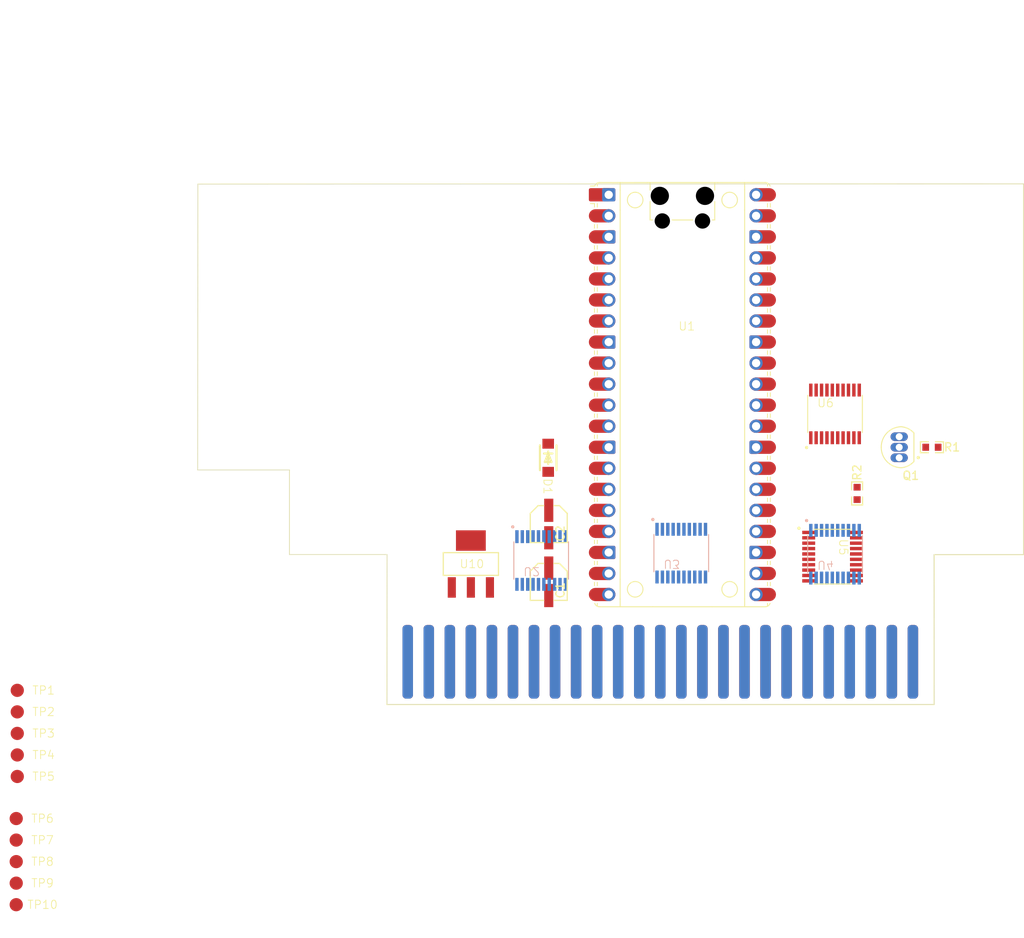
<source format=kicad_pcb>
(kicad_pcb (version 20240108) (generator "pcbnew") (generator_version "8.0")
  (layers (0 "F.Cu" signal) (31 "B.Cu" signal) (34 "B.Paste" user) (35 "F.Paste" user) (36 "B.SilkS" user "B.Silkscreen") (37 "F.SilkS" user "F.Silkscreen") (38 "B.Mask" user) (39 "F.Mask" user) (44 "Edge.Cuts" user))
  (net 0 "")
  (net 4 "GND")
  (net 5 "BUSDIR")
  (net 6 "CLOCK_3V3")
  (net 7 "BUSDIR3V3")
  (net 8 "RD")
  (net 11 "SLTSL_3V3")
  (net 12 "INT")
  (net 13 "Net-(U6-B2)")
  (net 14 "RD_3V3")
  (net 15 "SLTSL")
  (net 16 "INT3V3")
  (net 18 "WR_3V3")
  (net 19 "VCC_3V3")
  (net 20 "WAIT3V3")
  (net 21 "WR")
  (net 22 "CLOCK")
  (net 23 "MP7_3V3")
  (net 24 "MP2_3V3")
  (net 25 "CS1")
  (net 26 "RFSH")
  (net 27 "MERQ")
  (net 28 "M1")
  (net 29 "MP1_3V3")
  (net 30 "MP5_3V3")
  (net 31 "RESET")
  (net 32 "MP6_3V3")
  (net 33 "CS2")
  (net 34 "MSEL2_3V3")
  (net 35 "CS12")
  (net 36 "IORQ")
  (net 37 "MP4_3V3")
  (net 38 "MP3_3V3")
  (net 39 "MP0_3V3")
  (net 40 "D5")
  (net 41 "D1_3V3")
  (net 42 "D5_3V3")
  (net 43 "D2_3V3")
  (net 44 "D7_3V3")
  (net 45 "D7")
  (net 46 "D2")
  (net 47 "D4")
  (net 48 "D6")
  (net 49 "D6_3V3")
  (net 50 "D0_3V3")
  (net 51 "D3")
  (net 52 "D0")
  (net 53 "D1")
  (net 54 "D4_3V3")
  (net 55 "D3_3V3")
  (net 56 "DATADIR")
  (net 57 "A13")
  (net 58 "MSEL1_3V3")
  (net 59 "A14")
  (net 60 "A15")
  (net 61 "A10")
  (net 62 "A8")
  (net 63 "A11")
  (net 64 "A9")
  (net 65 "A12")
  (net 66 "A7")
  (net 67 "A5")
  (net 68 "MSEL0_3V3")
  (net 69 "A0")
  (net 70 "A4")
  (net 71 "A3")
  (net 72 "A6")
  (net 73 "A1")
  (net 74 "A2")
  (net 75 "VCC")
  (net 76 "VCC_4V7")
  (net 78 "Net-(TP10-PROBE)")
  (net 80 "Net-(Q1-Pad2)")
  (net 81 "Net-(J1-SOUNDIN)")
  (net 82 "Net-(J1-RSV@1)")
  (net 83 "WAIT")
  (net 84 "Net-(J1-RSV@2)")
  (net 85 "Net-(J1--12)")
  (net 86 "Net-(J1-+12)")
  (net 87 "Net-(J1-SW1)")
  (footprint "pico-msxcart:TEST_PROBE" (layer "F.Cu") (at 68.707 134.941)
    (property "Reference" "TP4" (at 3.175 0 0) (layer "F.SilkS") (effects (font (thickness 0.1))))
    (property "Value" "~")
    (pad "1" smd circle (at 0 0) (size 1.6 1.6) (layers "F.Cu" "F.Paste" "F.Mask"))
  )
  (footprint "pico-msxcart:TEST_PROBE" (layer "F.Cu") (at 68.58 142.621)
    (property "Reference" "TP6" (at 3.175 0 0) (layer "F.SilkS") (effects (font (thickness 0.1))))
    (property "Value" "~")
    (pad "1" smd circle (at 0 0) (size 1.6 1.6) (layers "F.Cu" "F.Paste" "F.Mask"))
  )
  (footprint "pico-msxcart:TEST_PROBE" (layer "F.Cu") (at 68.58 153.021)
    (property "Reference" "TP10" (at 3.175 0 0) (layer "F.SilkS") (effects (font (thickness 0.1))))
    (property "Value" "~")
    (pad "1" smd circle (at 0 0) (size 1.6 1.6) (layers "F.Cu" "F.Paste" "F.Mask"))
  )
  (footprint "pico-msxcart:R0603" (layer "F.Cu") (at 179.082 97.79 180)
    (property "Reference" "R1" (at -2.425 0 180) (layer "F.SilkS"))
    (property "Value" "2k2")
    (pad "1" smd rect (at -0.75 0 180) (size 0.81 0.86) (layers "F.Cu" "F.Paste" "F.Mask") (net 13 "Net-(U6-B2)"))
    (pad "2" smd rect (at 0.75 0 180) (size 0.81 0.86) (layers "F.Cu" "F.Paste" "F.Mask") (net 80 "Net-(Q1-Pad2)"))
  )
  (footprint "pico-msxcart:TEST_PROBE" (layer "F.Cu") (at 68.58 145.221)
    (property "Reference" "TP7" (at 3.175 0 0) (layer "F.SilkS") (effects (font (thickness 0.1))))
    (property "Value" "~")
    (pad "1" smd circle (at 0 0) (size 1.6 1.6) (layers "F.Cu" "F.Paste" "F.Mask"))
  )
  (footprint "pico-msxcart:TSSOP-20" (layer "F.Cu") (at 167.513 93.726 90)
    (property "Reference" "U6" (at 1.27 -1.27 0) (layer "F.SilkS") (effects (font (thickness 0.1))))
    (property "Value" "~")
    (pad "1" smd rect (at -2.92 -3.05 90) (size 1.56 0.41) (layers "F.Cu" "F.Paste" "F.Mask") (net 19 "VCC_3V3"))
    (pad "2" smd rect (at -2.92 -2.4 90) (size 1.56 0.41) (layers "F.Cu" "F.Paste" "F.Mask") (net 16 "INT3V3"))
    (pad "3" smd rect (at -2.92 -1.75 90) (size 1.56 0.41) (layers "F.Cu" "F.Paste" "F.Mask") (net 7 "BUSDIR3V3"))
    (pad "4" smd rect (at -2.92 -1.1 90) (size 1.56 0.41) (layers "F.Cu" "F.Paste" "F.Mask") (net 20 "WAIT3V3"))
    (pad "5" smd rect (at -2.92 -0.45 90) (size 1.56 0.41) (layers "F.Cu" "F.Paste" "F.Mask") (net 8 "RD"))
    (pad "6" smd rect (at -2.92 0.2 90) (size 1.56 0.41) (layers "F.Cu" "F.Paste" "F.Mask") (net 21 "WR"))
    (pad "7" smd rect (at -2.92 0.85 90) (size 1.56 0.41) (layers "F.Cu" "F.Paste" "F.Mask") (net 15 "SLTSL"))
    (pad "8" smd rect (at -2.92 1.5 90) (size 1.56 0.41) (layers "F.Cu" "F.Paste" "F.Mask") (net 22 "CLOCK"))
    (pad "9" smd rect (at -2.92 2.15 90) (size 1.56 0.41) (layers "F.Cu" "F.Paste" "F.Mask"))
    (pad "10" smd rect (at -2.92 2.8 90) (size 1.56 0.41) (layers "F.Cu" "F.Paste" "F.Mask") (net 4 "GND"))
    (pad "11" smd rect (at 2.84 2.8 90) (size 1.56 0.41) (layers "F.Cu" "F.Paste" "F.Mask"))
    (pad "12" smd rect (at 2.84 2.15 90) (size 1.56 0.41) (layers "F.Cu" "F.Paste" "F.Mask") (net 6 "CLOCK_3V3"))
    (pad "13" smd rect (at 2.84 1.5 90) (size 1.56 0.41) (layers "F.Cu" "F.Paste" "F.Mask") (net 11 "SLTSL_3V3"))
    (pad "14" smd rect (at 2.84 0.85 90) (size 1.56 0.41) (layers "F.Cu" "F.Paste" "F.Mask") (net 18 "WR_3V3"))
    (pad "15" smd rect (at 2.84 0.2 90) (size 1.56 0.41) (layers "F.Cu" "F.Paste" "F.Mask") (net 14 "RD_3V3"))
    (pad "16" smd rect (at 2.84 -0.45 90) (size 1.56 0.41) (layers "F.Cu" "F.Paste" "F.Mask") (net 13 "Net-(U6-B2)"))
    (pad "17" smd rect (at 2.84 -1.1 90) (size 1.56 0.41) (layers "F.Cu" "F.Paste" "F.Mask") (net 5 "BUSDIR"))
    (pad "18" smd rect (at 2.84 -1.75 90) (size 1.56 0.41) (layers "F.Cu" "F.Paste" "F.Mask") (net 12 "INT"))
    (pad "19" smd rect (at 2.84 -2.4 90) (size 1.56 0.41) (layers "F.Cu" "F.Paste" "F.Mask") (net 4 "GND"))
    (pad "20" smd rect (at 2.84 -3.05 90) (size 1.56 0.41) (layers "F.Cu" "F.Paste" "F.Mask") (net 19 "VCC_3V3"))
  )
  (footprint "pico-msxcart:TEST_PROBE" (layer "F.Cu") (at 68.58 147.821)
    (property "Reference" "TP8" (at 3.175 0 0) (layer "F.SilkS") (effects (font (thickness 0.1))))
    (property "Value" "~")
    (pad "1" smd circle (at 0 0) (size 1.6 1.6) (layers "F.Cu" "F.Paste" "F.Mask"))
  )
  (footprint "pico-msxcart:AMS1117-3V3" (layer "F.Cu") (at 123.557 112.05 -90)
    (property "Reference" "U10" (at -0.163 -0.014 0) (layer "F.SilkS") (effects (font (thickness 0.1))))
    (property "Value" "AMS1117-3.3")
    (pad "1" smd rect (at 2.667 2.413 270) (size 2.47 0.98) (layers "F.Cu" "F.Paste" "F.Mask") (net 4 "GND"))
    (pad "2" smd rect (at 2.667 0.113 270) (size 2.47 0.98) (layers "F.Cu" "F.Paste" "F.Mask") (net 19 "VCC_3V3"))
    (pad "3" smd rect (at 2.667 -2.187 270) (size 2.47 0.98) (layers "F.Cu" "F.Paste" "F.Mask") (net 75 "VCC"))
    (pad "4" smd rect (at -2.993 0.113 270) (size 2.47 3.6) (layers "F.Cu" "F.Paste" "F.Mask"))
  )
  (footprint "pico-msxcart:TEST_PROBE" (layer "F.Cu") (at 68.707 129.741)
    (property "Reference" "TP2" (at 3.175 0 0) (layer "F.SilkS") (effects (font (thickness 0.1))))
    (property "Value" "~")
    (pad "1" smd circle (at 0 0) (size 1.6 1.6) (layers "F.Cu" "F.Paste" "F.Mask"))
  )
  (footprint "pico-msxcart:TSSOP-20" (layer "F.Cu") (at 167.132 111.125)
    (property "Reference" "U5" (at 1.27 -1.27 -90) (layer "F.SilkS") (effects (font (thickness 0.1))))
    (property "Value" "~")
    (pad "1" smd rect (at -2.92 -3.05) (size 1.56 0.41) (layers "F.Cu" "F.Paste" "F.Mask") (net 19 "VCC_3V3"))
    (pad "2" smd rect (at -2.92 -2.4) (size 1.56 0.41) (layers "F.Cu" "F.Paste" "F.Mask") (net 27 "MERQ"))
    (pad "3" smd rect (at -2.92 -1.75) (size 1.56 0.41) (layers "F.Cu" "F.Paste" "F.Mask") (net 36 "IORQ"))
    (pad "4" smd rect (at -2.92 -1.1) (size 1.56 0.41) (layers "F.Cu" "F.Paste" "F.Mask") (net 25 "CS1"))
    (pad "5" smd rect (at -2.92 -0.45) (size 1.56 0.41) (layers "F.Cu" "F.Paste" "F.Mask") (net 33 "CS2"))
    (pad "6" smd rect (at -2.92 0.2) (size 1.56 0.41) (layers "F.Cu" "F.Paste" "F.Mask") (net 31 "RESET"))
    (pad "7" smd rect (at -2.92 0.85) (size 1.56 0.41) (layers "F.Cu" "F.Paste" "F.Mask") (net 26 "RFSH"))
    (pad "8" smd rect (at -2.92 1.5) (size 1.56 0.41) (layers "F.Cu" "F.Paste" "F.Mask") (net 35 "CS12"))
    (pad "9" smd rect (at -2.92 2.15) (size 1.56 0.41) (layers "F.Cu" "F.Paste" "F.Mask") (net 28 "M1"))
    (pad "10" smd rect (at -2.92 2.8) (size 1.56 0.41) (layers "F.Cu" "F.Paste" "F.Mask") (net 4 "GND"))
    (pad "11" smd rect (at 2.84 2.8) (size 1.56 0.41) (layers "F.Cu" "F.Paste" "F.Mask") (net 23 "MP7_3V3"))
    (pad "12" smd rect (at 2.84 2.15) (size 1.56 0.41) (layers "F.Cu" "F.Paste" "F.Mask") (net 32 "MP6_3V3"))
    (pad "13" smd rect (at 2.84 1.5) (size 1.56 0.41) (layers "F.Cu" "F.Paste" "F.Mask") (net 30 "MP5_3V3"))
    (pad "14" smd rect (at 2.84 0.85) (size 1.56 0.41) (layers "F.Cu" "F.Paste" "F.Mask") (net 37 "MP4_3V3"))
    (pad "15" smd rect (at 2.84 0.2) (size 1.56 0.41) (layers "F.Cu" "F.Paste" "F.Mask") (net 38 "MP3_3V3"))
    (pad "16" smd rect (at 2.84 -0.45) (size 1.56 0.41) (layers "F.Cu" "F.Paste" "F.Mask") (net 24 "MP2_3V3"))
    (pad "17" smd rect (at 2.84 -1.1) (size 1.56 0.41) (layers "F.Cu" "F.Paste" "F.Mask") (net 29 "MP1_3V3"))
    (pad "18" smd rect (at 2.84 -1.75) (size 1.56 0.41) (layers "F.Cu" "F.Paste" "F.Mask") (net 39 "MP0_3V3"))
    (pad "19" smd rect (at 2.84 -2.4) (size 1.56 0.41) (layers "F.Cu" "F.Paste" "F.Mask") (net 34 "MSEL2_3V3"))
    (pad "20" smd rect (at 2.84 -3.05) (size 1.56 0.41) (layers "F.Cu" "F.Paste" "F.Mask") (net 19 "VCC_3V3"))
  )
  (footprint "pico-msxcart:TEST_PROBE" (layer "F.Cu") (at 68.707 132.341)
    (property "Reference" "TP3" (at 3.175 0 0) (layer "F.SilkS") (effects (font (thickness 0.1))))
    (property "Value" "~")
    (pad "1" smd circle (at 0 0) (size 1.6 1.6) (layers "F.Cu" "F.Paste" "F.Mask"))
  )
  (footprint "pico-msxcart:SMD_CAP" (layer "F.Cu") (at 132.842 107.061 -90)
    (property "Reference" "C2" (at 1.143 -1.397 90) (layer "F.SilkS"))
    (property "Value" "SMD_CAP")
    (pad "1" smd rect (at -1.66 0 270) (size 2.8 1.1) (layers "F.Cu" "F.Paste" "F.Mask") (net 19 "VCC_3V3"))
    (pad "2" smd rect (at 1.66 0 270) (size 2.8 1.1) (layers "F.Cu" "F.Paste" "F.Mask") (net 4 "GND"))
  )
  (footprint "pico-msxcart:SCHOTKKY" (layer "F.Cu") (at 133.096 99.06 -90)
    (property "Reference" "D1" (at 2.413 0.381 -90) (layer "F.SilkS") (effects (font (thickness 0.1)) (justify left)))
    (property "Value" "DS14 SOD-123FL")
    (pad "1" smd rect (at -1.7 0.32 270) (size 1.2 1.4) (layers "F.Cu" "F.Paste" "F.Mask") (net 76 "VCC_4V7"))
    (pad "2" smd rect (at 1.7 0.32 270) (size 1.2 1.4) (layers "F.Cu" "F.Paste" "F.Mask") (net 75 "VCC"))
  )
  (footprint "pico-msxcart:MSX-CONNECTOR2" (layer "F.Cu") (at 146.304 126.873)
    (property "Reference" "J1" (hide yes))
    (property "Value" "MSX-CONNECTOR" (hide yes))
    (pad "" np_thru_hole circle (at -27.14625 -23.65375) (size 4.064 4.064) (drill 4.064) (layers "*.Cu" "*.Mask"))
    (pad "" np_thru_hole circle (at 28.2575 -18.7325) (size 4.064 4.064) (drill 4.064) (layers "*.Cu" "*.Mask"))
    (pad "1" smd roundrect (at 30.48 -3.175 90) (size 8.89 1.27) (layers "B.Cu" "B.Paste" "B.Mask") (roundrect_rratio 0.35) (net 25 "CS1"))
    (pad "2" smd roundrect (at 30.48 -3.175 90) (size 8.89 1.27) (layers "F.Cu" "F.Paste" "F.Mask") (roundrect_rratio 0.35) (net 33 "CS2"))
    (pad "3" smd roundrect (at 27.94 -3.175 90) (size 8.89 1.27) (layers "B.Cu" "B.Paste" "B.Mask") (roundrect_rratio 0.35) (net 35 "CS12"))
    (pad "4" smd roundrect (at 27.94 -3.175 90) (size 8.89 1.27) (layers "F.Cu" "F.Paste" "F.Mask") (roundrect_rratio 0.35) (net 15 "SLTSL"))
    (pad "5" smd roundrect (at 25.4 -3.175 90) (size 8.89 1.27) (layers "B.Cu" "B.Paste" "B.Mask") (roundrect_rratio 0.35) (net 82 "Net-(J1-RSV@1)"))
    (pad "6" smd roundrect (at 25.4 -3.175 90) (size 8.89 1.27) (layers "F.Cu" "F.Paste" "F.Mask") (roundrect_rratio 0.35) (net 26 "RFSH"))
    (pad "7" smd roundrect (at 22.86 -3.175 90) (size 8.89 1.27) (layers "B.Cu" "B.Paste" "B.Mask") (roundrect_rratio 0.35) (net 83 "WAIT"))
    (pad "8" smd roundrect (at 22.86 -3.175 90) (size 8.89 1.27) (layers "F.Cu" "F.Paste" "F.Mask") (roundrect_rratio 0.35) (net 12 "INT"))
    (pad "9" smd roundrect (at 20.32 -3.175 90) (size 8.89 1.27) (layers "B.Cu" "B.Paste" "B.Mask") (roundrect_rratio 0.35) (net 28 "M1"))
    (pad "10" smd roundrect (at 20.32 -3.175 90) (size 8.89 1.27) (layers "F.Cu" "F.Paste" "F.Mask") (roundrect_rratio 0.35) (net 5 "BUSDIR"))
    (pad "11" smd roundrect (at 17.78 -3.175 90) (size 8.89 1.27) (layers "B.Cu" "B.Paste" "B.Mask") (roundrect_rratio 0.35) (net 36 "IORQ"))
    (pad "12" smd roundrect (at 17.78 -3.175 90) (size 8.89 1.27) (layers "F.Cu" "F.Paste" "F.Mask") (roundrect_rratio 0.35) (net 27 "MERQ"))
    (pad "13" smd roundrect (at 15.24 -3.175 90) (size 8.89 1.27) (layers "B.Cu" "B.Paste" "B.Mask") (roundrect_rratio 0.35) (net 21 "WR"))
    (pad "14" smd roundrect (at 15.24 -3.175 90) (size 8.89 1.27) (layers "F.Cu" "F.Paste" "F.Mask") (roundrect_rratio 0.35) (net 8 "RD"))
    (pad "15" smd roundrect (at 12.7 -3.175 90) (size 8.89 1.27) (layers "B.Cu" "B.Paste" "B.Mask") (roundrect_rratio 0.35) (net 31 "RESET"))
    (pad "16" smd roundrect (at 12.7 -3.175 90) (size 8.89 1.27) (layers "F.Cu" "F.Paste" "F.Mask") (roundrect_rratio 0.35) (net 84 "Net-(J1-RSV@2)"))
    (pad "17" smd roundrect (at 10.16 -3.175 90) (size 8.89 1.27) (layers "B.Cu" "B.Paste" "B.Mask") (roundrect_rratio 0.35) (net 64 "A9"))
    (pad "18" smd roundrect (at 10.16 -3.175 270) (size 8.89 1.27) (layers "F.Cu" "F.Paste" "F.Mask") (roundrect_rratio 0.35) (net 60 "A15"))
    (pad "19" smd roundrect (at 7.62 -3.175 90) (size 8.89 1.27) (layers "B.Cu" "B.Paste" "B.Mask") (roundrect_rratio 0.35) (net 63 "A11"))
    (pad "20" smd roundrect (at 7.62 -3.175 270) (size 8.89 1.27) (layers "F.Cu" "F.Paste" "F.Mask") (roundrect_rratio 0.35) (net 61 "A10"))
    (pad "21" smd roundrect (at 5.08 -3.175 90) (size 8.89 1.27) (layers "B.Cu" "B.Paste" "B.Mask") (roundrect_rratio 0.35) (net 66 "A7"))
    (pad "22" smd roundrect (at 5.08 -3.175 270) (size 8.89 1.27) (layers "F.Cu" "F.Paste" "F.Mask") (roundrect_rratio 0.35) (net 72 "A6"))
    (pad "23" smd roundrect (at 2.54 -3.175 90) (size 8.89 1.27) (layers "B.Cu" "B.Paste" "B.Mask") (roundrect_rratio 0.35) (net 65 "A12"))
    (pad "24" smd roundrect (at 2.54 -3.175 270) (size 8.89 1.27) (layers "F.Cu" "F.Paste" "F.Mask") (roundrect_rratio 0.35) (net 62 "A8"))
    (pad "25" smd roundrect (at 0 -3.175 90) (size 8.89 1.27) (layers "B.Cu" "B.Paste" "B.Mask") (roundrect_rratio 0.35) (net 59 "A14"))
    (pad "26" smd roundrect (at 0 -3.175 270) (size 8.89 1.27) (layers "F.Cu" "F.Paste" "F.Mask") (roundrect_rratio 0.35) (net 57 "A13"))
    (pad "27" smd roundrect (at -2.54 -3.175 90) (size 8.89 1.27) (layers "B.Cu" "B.Paste" "B.Mask") (roundrect_rratio 0.35) (net 73 "A1"))
    (pad "28" smd roundrect (at -2.54 -3.175 270) (size 8.89 1.27) (layers "F.Cu" "F.Paste" "F.Mask") (roundrect_rratio 0.35) (net 69 "A0"))
    (pad "29" smd roundrect (at -5.08 -3.175 90) (size 8.89 1.27) (layers "B.Cu" "B.Paste" "B.Mask") (roundrect_rratio 0.35) (net 71 "A3"))
    (pad "30" smd roundrect (at -5.08 -3.175 270) (size 8.89 1.27) (layers "F.Cu" "F.Paste" "F.Mask") (roundrect_rratio 0.35) (net 74 "A2"))
    (pad "31" smd roundrect (at -7.62 -3.175 90) (size 8.89 1.27) (layers "B.Cu" "B.Paste" "B.Mask") (roundrect_rratio 0.35) (net 67 "A5"))
    (pad "32" smd roundrect (at -7.62 -3.175 270) (size 8.89 1.27) (layers "F.Cu" "F.Paste" "F.Mask") (roundrect_rratio 0.35) (net 70 "A4"))
    (pad "33" smd roundrect (at -10.16 -3.175 90) (size 8.89 1.27) (layers "B.Cu" "B.Paste" "B.Mask") (roundrect_rratio 0.35) (net 53 "D1"))
    (pad "34" smd roundrect (at -10.16 -3.175 270) (size 8.89 1.27) (layers "F.Cu" "F.Paste" "F.Mask") (roundrect_rratio 0.35) (net 52 "D0"))
    (pad "35" smd roundrect (at -12.7 -3.175 90) (size 8.89 1.27) (layers "B.Cu" "B.Paste" "B.Mask") (roundrect_rratio 0.35) (net 51 "D3"))
    (pad "36" smd roundrect (at -12.7 -3.175 270) (size 8.89 1.27) (layers "F.Cu" "F.Paste" "F.Mask") (roundrect_rratio 0.35) (net 46 "D2"))
    (pad "37" smd roundrect (at -15.24 -3.175 90) (size 8.89 1.27) (layers "B.Cu" "B.Paste" "B.Mask") (roundrect_rratio 0.35) (net 40 "D5"))
    (pad "38" smd roundrect (at -15.24 -3.175 90) (size 8.89 1.27) (layers "F.Cu" "F.Paste" "F.Mask") (roundrect_rratio 0.35) (net 47 "D4"))
    (pad "39" smd roundrect (at -17.78 -3.175 90) (size 8.89 1.27) (layers "B.Cu" "B.Paste" "B.Mask") (roundrect_rratio 0.35) (net 45 "D7"))
    (pad "40" smd roundrect (at -17.78 -3.175 90) (size 8.89 1.27) (layers "F.Cu" "F.Paste" "F.Mask") (roundrect_rratio 0.35) (net 48 "D6"))
    (pad "41" smd roundrect (at -20.32 -3.175 90) (size 8.89 1.27) (layers "B.Cu" "B.Paste" "B.Mask") (roundrect_rratio 0.35) (net 4 "GND"))
    (pad "42" smd roundrect (at -20.32 -3.175 90) (size 8.89 1.27) (layers "F.Cu" "F.Paste" "F.Mask") (roundrect_rratio 0.35) (net 22 "CLOCK"))
    (pad "43" smd roundrect (at -22.86 -3.175 90) (size 8.89 1.27) (layers "B.Cu" "B.Paste" "B.Mask") (roundrect_rratio 0.35) (net 4 "GND"))
    (pad "44" smd roundrect (at -22.86 -3.175 90) (size 8.89 1.27) (layers "F.Cu" "F.Paste" "F.Mask") (roundrect_rratio 0.35) (net 87 "Net-(J1-SW1)"))
    (pad "45" smd roundrect (at -25.4 -3.175 90) (size 8.89 1.27) (layers "B.Cu" "B.Paste" "B.Mask") (roundrect_rratio 0.35) (net 75 "VCC"))
    (pad "46" smd roundrect (at -25.4 -3.175 90) (size 8.89 1.27) (layers "F.Cu" "F.Paste" "F.Mask") (roundrect_rratio 0.35) (net 87 "Net-(J1-SW1)"))
    (pad "47" smd roundrect (at -27.94 -3.175 90) (size 8.89 1.27) (layers "B.Cu" "B.Paste" "B.Mask") (roundrect_rratio 0.35) (net 75 "VCC"))
    (pad "48" smd roundrect (at -27.94 -3.175 90) (size 8.89 1.27) (layers "F.Cu" "F.Paste" "F.Mask") (roundrect_rratio 0.35) (net 86 "Net-(J1-+12)"))
    (pad "49" smd roundrect (at -30.48 -3.175 90) (size 8.89 1.27) (layers "B.Cu" "B.Paste" "B.Mask") (roundrect_rratio 0.35) (net 81 "Net-(J1-SOUNDIN)"))
    (pad "50" smd roundrect (at -30.48 -3.175 90) (size 8.89 1.27) (layers "F.Cu" "F.Paste" "F.Mask") (roundrect_rratio 0.35) (net 85 "Net-(J1--12)"))
  )
  (footprint "pico-msxcart:TEST_PROBE" (layer "F.Cu") (at 68.707 137.541)
    (property "Reference" "TP5" (at 3.175 0 0) (layer "F.SilkS") (effects (font (thickness 0.1))))
    (property "Value" "~")
    (pad "1" smd circle (at 0 0) (size 1.6 1.6) (layers "F.Cu" "F.Paste" "F.Mask"))
  )
  (footprint "pico-msxcart:SMD_CAP" (layer "F.Cu") (at 132.842 114.037 -90)
    (property "Reference" "C1" (at 1.025 -1.397 90) (layer "F.SilkS"))
    (property "Value" "SMD_CAP")
    (pad "1" smd rect (at -1.66 0 270) (size 2.8 1.1) (layers "F.Cu" "F.Paste" "F.Mask") (net 75 "VCC"))
    (pad "2" smd rect (at 1.66 0 270) (size 2.8 1.1) (layers "F.Cu" "F.Paste" "F.Mask") (net 4 "GND"))
  )
  (footprint "pico-msxcart:RP2040_COMMON" (layer "F.Cu") (at 149.62412 88.185877)
    (property "Reference" "U1" (at -0.12812 -5.000877 0) (layer "F.SilkS") (effects (font (thickness 0.1))))
    (property "Value" "RaspberryPi_Pico")
    (pad "" np_thru_hole circle (at -3.37812 -20.745877) (size 2.2 2.2) (drill 2.2) (layers "*.Mask"))
    (pad "" np_thru_hole circle (at -3.07812 -17.715877) (size 1.85 1.85) (drill 1.85) (layers "*.Mask"))
    (pad "" np_thru_hole circle (at 1.77188 -17.715877) (size 1.85 1.85) (drill 1.85) (layers "*.Mask"))
    (pad "" np_thru_hole circle (at 2.07188 -20.745877) (size 2.2 2.2) (drill 2.2) (layers "*.Mask"))
    (pad "1" thru_hole roundrect (at -9.54312 -20.875877) (size 1.6 1.6) (drill 1) (layers "*.Mask" "F.Cu" "In1.Cu" "B.Cu") (roundrect_rratio 0.125) (net 50 "D0_3V3"))
    (pad "1" smd custom (at -9.54312 -20.875877) (size 1.6 1.6) (layers "F.Cu" "F.Mask") (net 50 "D0_3V3") (options (clearance outline) (anchor circle)) (primitives (gr_poly (pts (xy -2.4 0.6) (xy -2.4 -0.6) (xy -2.2 -0.8) (xy 0 -0.8) (xy 0 0.8) (xy -2.2 0.8)) (width 0) (fill yes)) (gr_circle (center -2.2 0.6) (end -2 0.6) (width 0) (fill yes)) (gr_circle (center -2.2 -0.6) (end -2 -0.6) (width 0) (fill yes))))
    (pad "2" thru_hole circle (at -9.54312 -18.335877) (size 1.6 1.6) (drill 1) (layers "*.Mask" "F.Cu" "In1.Cu" "B.Cu") (net 41 "D1_3V3"))
    (pad "2" smd roundrect (at -9.54312 -18.335877) (size 3.2 1.6) (drill (offset -0.8 0)) (layers "F.Cu" "F.Mask") (roundrect_rratio 0.5) (net 41 "D1_3V3"))
    (pad "3" thru_hole custom (at -9.54312 -15.795877) (size 1.6 1.6) (drill 1) (layers "*.Mask" "F.Cu" "In1.Cu" "B.Cu") (net 4 "GND") (options (clearance outline) (anchor circle)) (primitives (gr_poly (pts (xy 0.8 0.6) (xy 0.8 -0.6) (xy 0.6 -0.8) (xy 0 -0.8) (xy 0 0.8) (xy 0.6 0.8)) (width 0) (fill yes)) (gr_circle (center 0.6 0.6) (end 0.8 0.6) (width 0) (fill yes)) (gr_circle (center 0.6 -0.6) (end 0.8 -0.6) (width 0) (fill yes))))
    (pad "3" smd custom (at -9.54312 -15.795877) (size 1.6 1.6) (layers "F.Cu" "F.Mask") (net 4 "GND") (options (clearance outline) (anchor circle)) (primitives (gr_poly (pts (xy 0.8 -0.6) (xy 0.8 0.6) (xy 0.6 0.8) (xy -1.6 0.8) (xy -1.6 -0.8) (xy 0.6 -0.8)) (width 0) (fill yes)) (gr_circle (center 0.6 0.6) (end 0.8 0.6) (width 0) (fill yes)) (gr_circle (center 0.6 -0.6) (end 0.8 -0.6) (width 0) (fill yes)) (gr_circle (center -1.6 0) (end -0.8 0) (width 0) (fill yes))))
    (pad "4" thru_hole circle (at -9.54312 -13.255877) (size 1.6 1.6) (drill 1) (layers "*.Mask" "F.Cu" "In1.Cu" "B.Cu") (net 43 "D2_3V3"))
    (pad "4" smd roundrect (at -9.54312 -13.255877) (size 3.2 1.6) (drill (offset -0.8 0)) (layers "F.Cu" "F.Mask") (roundrect_rratio 0.5) (net 43 "D2_3V3"))
    (pad "5" thru_hole circle (at -9.54312 -10.715877) (size 1.6 1.6) (drill 1) (layers "*.Mask" "F.Cu" "In1.Cu" "B.Cu") (net 55 "D3_3V3"))
    (pad "5" smd roundrect (at -9.54312 -10.715877) (size 3.2 1.6) (drill (offset -0.8 0)) (layers "F.Cu" "F.Mask") (roundrect_rratio 0.5) (net 55 "D3_3V3"))
    (pad "6" thru_hole circle (at -9.54312 -8.175877) (size 1.6 1.6) (drill 1) (layers "*.Mask" "F.Cu" "In1.Cu" "B.Cu") (net 54 "D4_3V3"))
    (pad "6" smd roundrect (at -9.54312 -8.175877) (size 3.2 1.6) (drill (offset -0.8 0)) (layers "F.Cu" "F.Mask") (roundrect_rratio 0.5) (net 54 "D4_3V3"))
    (pad "7" thru_hole circle (at -9.54312 -5.635877) (size 1.6 1.6) (drill 1) (layers "*.Mask" "F.Cu" "In1.Cu" "B.Cu") (net 42 "D5_3V3"))
    (pad "7" smd roundrect (at -9.54312 -5.635877) (size 3.2 1.6) (drill (offset -0.8 0)) (layers "F.Cu" "F.Mask") (roundrect_rratio 0.5) (net 42 "D5_3V3"))
    (pad "8" thru_hole custom (at -9.54312 -3.095877) (size 1.6 1.6) (drill 1) (layers "*.Mask" "F.Cu" "In1.Cu" "B.Cu") (net 4 "GND") (options (clearance outline) (anchor circle)) (primitives (gr_poly (pts (xy 0.8 0.6) (xy 0.8 -0.6) (xy 0.6 -0.8) (xy 0 -0.8) (xy 0 0.8) (xy 0.6 0.8)) (width 0) (fill yes)) (gr_circle (center 0.6 0.6) (end 0.8 0.6) (width 0) (fill yes)) (gr_circle (center 0.6 -0.6) (end 0.8 -0.6) (width 0) (fill yes))))
    (pad "8" smd custom (at -9.54312 -3.095877) (size 1.6 1.6) (layers "F.Cu" "F.Mask") (net 4 "GND") (options (clearance outline) (anchor circle)) (primitives (gr_poly (pts (xy 0.8 -0.6) (xy 0.8 0.6) (xy 0.6 0.8) (xy -1.6 0.8) (xy -1.6 -0.8) (xy 0.6 -0.8)) (width 0) (fill yes)) (gr_circle (center 0.6 0.6) (end 0.8 0.6) (width 0) (fill yes)) (gr_circle (center 0.6 -0.6) (end 0.8 -0.6) (width 0) (fill yes)) (gr_circle (center -1.6 0) (end -0.8 0) (width 0) (fill yes))))
    (pad "9" thru_hole circle (at -9.54312 -0.555877) (size 1.6 1.6) (drill 1) (layers "*.Mask" "F.Cu" "In1.Cu" "B.Cu") (net 49 "D6_3V3"))
    (pad "9" smd roundrect (at -9.54312 -0.555877) (size 3.2 1.6) (drill (offset -0.8 0)) (layers "F.Cu" "F.Mask") (roundrect_rratio 0.5) (net 49 "D6_3V3"))
    (pad "10" thru_hole circle (at -9.54312 1.984123) (size 1.6 1.6) (drill 1) (layers "*.Mask" "F.Cu" "In1.Cu" "B.Cu") (net 44 "D7_3V3"))
    (pad "10" smd roundrect (at -9.54312 1.984123) (size 3.2 1.6) (drill (offset -0.8 0)) (layers "F.Cu" "F.Mask") (roundrect_rratio 0.5) (net 44 "D7_3V3"))
    (pad "11" thru_hole circle (at -9.54312 4.524123) (size 1.6 1.6) (drill 1) (layers "*.Mask" "F.Cu" "In1.Cu" "B.Cu") (net 39 "MP0_3V3"))
    (pad "11" smd roundrect (at -9.54312 4.524123) (size 3.2 1.6) (drill (offset -0.8 0)) (layers "F.Cu" "F.Mask") (roundrect_rratio 0.5) (net 39 "MP0_3V3"))
    (pad "12" thru_hole circle (at -9.54312 7.064123) (size 1.6 1.6) (drill 1) (layers "*.Mask" "F.Cu" "In1.Cu" "B.Cu") (net 29 "MP1_3V3"))
    (pad "12" smd roundrect (at -9.54312 7.064123) (size 3.2 1.6) (drill (offset -0.8 0)) (layers "F.Cu" "F.Mask") (roundrect_rratio 0.5) (net 29 "MP1_3V3"))
    (pad "13" thru_hole custom (at -9.54312 9.604123) (size 1.6 1.6) (drill 1) (layers "*.Mask" "F.Cu" "In1.Cu" "B.Cu") (net 4 "GND") (options (clearance outline) (anchor circle)) (primitives (gr_poly (pts (xy 0.8 0.6) (xy 0.8 -0.6) (xy 0.6 -0.8) (xy 0 -0.8) (xy 0 0.8) (xy 0.6 0.8)) (width 0) (fill yes)) (gr_circle (center 0.6 0.6) (end 0.8 0.6) (width 0) (fill yes)) (gr_circle (center 0.6 -0.6) (end 0.8 -0.6) (width 0) (fill yes))))
    (pad "13" smd custom (at -9.54312 9.604123) (size 1.6 1.6) (layers "F.Cu" "F.Mask") (net 4 "GND") (options (clearance outline) (anchor circle)) (primitives (gr_poly (pts (xy 0.8 -0.6) (xy 0.8 0.6) (xy 0.6 0.8) (xy -1.6 0.8) (xy -1.6 -0.8) (xy 0.6 -0.8)) (width 0) (fill yes)) (gr_circle (center 0.6 0.6) (end 0.8 0.6) (width 0) (fill yes)) (gr_circle (center 0.6 -0.6) (end 0.8 -0.6) (width 0) (fill yes)) (gr_circle (center -1.6 0) (end -0.8 0) (width 0) (fill yes))))
    (pad "14" thru_hole circle (at -9.54312 12.144123) (size 1.6 1.6) (drill 1) (layers "*.Mask" "F.Cu" "In1.Cu" "B.Cu") (net 24 "MP2_3V3"))
    (pad "14" smd roundrect (at -9.54312 12.144123) (size 3.2 1.6) (drill (offset -0.8 0)) (layers "F.Cu" "F.Mask") (roundrect_rratio 0.5) (net 24 "MP2_3V3"))
    (pad "15" thru_hole circle (at -9.54312 14.684123) (size 1.6 1.6) (drill 1) (layers "*.Mask" "F.Cu" "In1.Cu" "B.Cu") (net 38 "MP3_3V3"))
    (pad "15" smd roundrect (at -9.54312 14.684123) (size 3.2 1.6) (drill (offset -0.8 0)) (layers "F.Cu" "F.Mask") (roundrect_rratio 0.5) (net 38 "MP3_3V3"))
    (pad "16" thru_hole circle (at -9.54312 17.224123) (size 1.6 1.6) (drill 1) (layers "*.Mask" "F.Cu" "In1.Cu" "B.Cu") (net 37 "MP4_3V3"))
    (pad "16" smd roundrect (at -9.54312 17.224123) (size 3.2 1.6) (drill (offset -0.8 0)) (layers "F.Cu" "F.Mask") (roundrect_rratio 0.5) (net 37 "MP4_3V3"))
    (pad "17" thru_hole circle (at -9.54312 19.764123) (size 1.6 1.6) (drill 1) (layers "*.Mask" "F.Cu" "In1.Cu" "B.Cu") (net 30 "MP5_3V3"))
    (pad "17" smd roundrect (at -9.54312 19.764123) (size 3.2 1.6) (drill (offset -0.8 0)) (layers "F.Cu" "F.Mask") (roundrect_rratio 0.5) (net 30 "MP5_3V3"))
    (pad "18" thru_hole custom (at -9.54312 22.304123) (size 1.6 1.6) (drill 1) (layers "*.Mask" "F.Cu" "In1.Cu" "B.Cu") (net 4 "GND") (options (clearance outline) (anchor circle)) (primitives (gr_poly (pts (xy 0.8 0.6) (xy 0.8 -0.6) (xy 0.6 -0.8) (xy 0 -0.8) (xy 0 0.8) (xy 0.6 0.8)) (width 0) (fill yes)) (gr_circle (center 0.6 0.6) (end 0.8 0.6) (width 0) (fill yes)) (gr_circle (center 0.6 -0.6) (end 0.8 -0.6) (width 0) (fill yes))))
    (pad "18" smd custom (at -9.54312 22.304123) (size 1.6 1.6) (layers "F.Cu" "F.Mask") (net 4 "GND") (options (clearance outline) (anchor circle)) (primitives (gr_poly (pts (xy 0.8 -0.6) (xy 0.8 0.6) (xy 0.6 0.8) (xy -1.6 0.8) (xy -1.6 -0.8) (xy 0.6 -0.8)) (width 0) (fill yes)) (gr_circle (center 0.6 0.6) (end 0.8 0.6) (width 0) (fill yes)) (gr_circle (center 0.6 -0.6) (end 0.8 -0.6) (width 0) (fill yes)) (gr_circle (center -1.6 0) (end -0.8 0) (width 0) (fill yes))))
    (pad "19" thru_hole circle (at -9.54312 24.844123) (size 1.6 1.6) (drill 1) (layers "*.Mask" "F.Cu" "In1.Cu" "B.Cu") (net 32 "MP6_3V3"))
    (pad "19" smd roundrect (at -9.54312 24.844123) (size 3.2 1.6) (drill (offset -0.8 0)) (layers "F.Cu" "F.Mask") (roundrect_rratio 0.5) (net 32 "MP6_3V3"))
    (pad "20" thru_hole circle (at -9.54312 27.384123) (size 1.6 1.6) (drill 1) (layers "*.Mask" "F.Cu" "In1.Cu" "B.Cu") (net 23 "MP7_3V3"))
    (pad "20" smd roundrect (at -9.54312 27.384123) (size 3.2 1.6) (drill (offset -0.8 0)) (layers "F.Cu" "F.Mask") (roundrect_rratio 0.5) (net 23 "MP7_3V3"))
    (pad "21" thru_hole circle (at 8.23688 27.384123) (size 1.6 1.6) (drill 1) (layers "*.Mask" "F.Cu" "In1.Cu" "B.Cu") (net 68 "MSEL0_3V3"))
    (pad "21" smd roundrect (at 8.23688 27.384123) (size 3.2 1.6) (drill (offset 0.8 0)) (layers "F.Cu" "F.Mask") (roundrect_rratio 0.5) (net 68 "MSEL0_3V3"))
    (pad "22" thru_hole circle (at 8.23688 24.844123) (size 1.6 1.6) (drill 1) (layers "*.Mask" "F.Cu" "In1.Cu" "B.Cu") (net 58 "MSEL1_3V3"))
    (pad "22" smd roundrect (at 8.23688 24.844123) (size 3.2 1.6) (drill (offset 0.8 0)) (layers "F.Cu" "F.Mask") (roundrect_rratio 0.5) (net 58 "MSEL1_3V3"))
    (pad "23" thru_hole custom (at 8.23688 22.304123) (size 1.6 1.6) (drill 1) (layers "*.Mask" "F.Cu" "In1.Cu" "B.Cu") (net 4 "GND") (options (clearance outline) (anchor circle)) (primitives (gr_poly (pts (xy -0.8 0.6) (xy -0.8 -0.6) (xy -0.6 -0.8) (xy 0 -0.8) (xy 0 0.8) (xy -0.6 0.8)) (width 0) (fill yes)) (gr_circle (center -0.6 0.6) (end -0.4 0.6) (width 0) (fill yes)) (gr_circle (center -0.6 -0.6) (end -0.4 -0.6) (width 0) (fill yes))))
    (pad "23" smd custom (at 8.23688 22.304123) (size 1.6 1.6) (layers "F.Cu" "F.Mask") (net 4 "GND") (options (clearance outline) (anchor circle)) (primitives (gr_poly (pts (xy -0.8 -0.6) (xy -0.8 0.6) (xy -0.6 0.8) (xy 1.6 0.8) (xy 1.6 -0.8) (xy -0.6 -0.8)) (width 0) (fill yes)) (gr_circle (center -0.6 0.6) (end -0.4 0.6) (width 0) (fill yes)) (gr_circle (center -0.6 -0.6) (end -0.4 -0.6) (width 0) (fill yes)) (gr_circle (center 1.6 0) (end 2.4 0) (width 0) (fill yes))))
    (pad "24" thru_hole circle (at 8.23688 19.764123) (size 1.6 1.6) (drill 1) (layers "*.Mask" "F.Cu" "In1.Cu" "B.Cu") (net 34 "MSEL2_3V3"))
    (pad "24" smd roundrect (at 8.23688 19.764123) (size 3.2 1.6) (drill (offset 0.8 0)) (layers "F.Cu" "F.Mask") (roundrect_rratio 0.5) (net 34 "MSEL2_3V3"))
    (pad "25" thru_hole circle (at 8.23688 17.224123) (size 1.6 1.6) (drill 1) (layers "*.Mask" "F.Cu" "In1.Cu" "B.Cu") (net 56 "DATADIR"))
    (pad "25" smd roundrect (at 8.23688 17.224123) (size 3.2 1.6) (drill (offset 0.8 0)) (layers "F.Cu" "F.Mask") (roundrect_rratio 0.5) (net 56 "DATADIR"))
    (pad "26" thru_hole circle (at 8.23688 14.684123) (size 1.6 1.6) (drill 1) (layers "*.Mask" "F.Cu" "In1.Cu" "B.Cu") (net 7 "BUSDIR3V3"))
    (pad "26" smd roundrect (at 8.23688 14.684123) (size 3.2 1.6) (drill (offset 0.8 0)) (layers "F.Cu" "F.Mask") (roundrect_rratio 0.5) (net 7 "BUSDIR3V3"))
    (pad "27" thru_hole circle (at 8.23688 12.144123) (size 1.6 1.6) (drill 1) (layers "*.Mask" "F.Cu" "In1.Cu" "B.Cu") (net 16 "INT3V3"))
    (pad "27" smd roundrect (at 8.23688 12.144123) (size 3.2 1.6) (drill (offset 0.8 0)) (layers "F.Cu" "F.Mask") (roundrect_rratio 0.5) (net 16 "INT3V3"))
    (pad "28" thru_hole custom (at 8.23688 9.604123) (size 1.6 1.6) (drill 1) (layers "*.Mask" "F.Cu" "In1.Cu" "B.Cu") (net 4 "GND") (options (clearance outline) (anchor circle)) (primitives (gr_poly (pts (xy -0.8 0.6) (xy -0.8 -0.6) (xy -0.6 -0.8) (xy 0 -0.8) (xy 0 0.8) (xy -0.6 0.8)) (width 0) (fill yes)) (gr_circle (center -0.6 0.6) (end -0.4 0.6) (width 0) (fill yes)) (gr_circle (center -0.6 -0.6) (end -0.4 -0.6) (width 0) (fill yes))))
    (pad "28" smd custom (at 8.23688 9.604123) (size 1.6 1.6) (layers "F.Cu" "F.Mask") (net 4 "GND") (options (clearance outline) (anchor circle)) (primitives (gr_poly (pts (xy -0.8 -0.6) (xy -0.8 0.6) (xy -0.6 0.8) (xy 1.6 0.8) (xy 1.6 -0.8) (xy -0.6 -0.8)) (width 0) (fill yes)) (gr_circle (center -0.6 0.6) (end -0.4 0.6) (width 0) (fill yes)) (gr_circle (center -0.6 -0.6) (end -0.4 -0.6) (width 0) (fill yes)) (gr_circle (center 1.6 0) (end 2.4 0) (width 0) (fill yes))))
    (pad "29" thru_hole circle (at 8.23688 7.064123) (size 1.6 1.6) (drill 1) (layers "*.Mask" "F.Cu" "In1.Cu" "B.Cu") (net 14 "RD_3V3"))
    (pad "29" smd roundrect (at 8.23688 7.064123) (size 3.2 1.6) (drill (offset 0.8 0)) (layers "F.Cu" "F.Mask") (roundrect_rratio 0.5) (net 14 "RD_3V3"))
    (pad "30" thru_hole circle (at 8.23688 4.524123) (size 1.6 1.6) (drill 1) (layers "*.Mask" "F.Cu" "In1.Cu" "B.Cu") (net 78 "Net-(TP10-PROBE)"))
    (pad "30" smd roundrect (at 8.23688 4.524123) (size 3.2 1.6) (drill (offset 0.8 0)) (layers "F.Cu" "F.Mask") (roundrect_rratio 0.5) (net 78 "Net-(TP10-PROBE)"))
    (pad "31" thru_hole circle (at 8.23688 1.984123) (size 1.6 1.6) (drill 1) (layers "*.Mask" "F.Cu" "In1.Cu" "B.Cu") (net 18 "WR_3V3"))
    (pad "31" smd roundrect (at 8.23688 1.984123) (size 3.2 1.6) (drill (offset 0.8 0)) (layers "F.Cu" "F.Mask") (roundrect_rratio 0.5) (net 18 "WR_3V3"))
    (pad "32" thru_hole circle (at 8.23688 -0.555877) (size 1.6 1.6) (drill 1) (layers "*.Mask" "F.Cu" "In1.Cu" "B.Cu") (net 11 "SLTSL_3V3"))
    (pad "32" smd roundrect (at 8.23688 -0.555877) (size 3.2 1.6) (drill (offset 0.8 0)) (layers "F.Cu" "F.Mask") (roundrect_rratio 0.5) (net 11 "SLTSL_3V3"))
    (pad "33" thru_hole custom (at 8.23688 -3.095877) (size 1.6 1.6) (drill 1) (layers "*.Mask" "F.Cu" "In1.Cu" "B.Cu") (net 4 "GND") (options (clearance outline) (anchor circle)) (primitives (gr_poly (pts (xy -0.8 0.6) (xy -0.8 -0.6) (xy -0.6 -0.8) (xy 0 -0.8) (xy 0 0.8) (xy -0.6 0.8)) (width 0) (fill yes)) (gr_circle (center -0.6 0.6) (end -0.4 0.6) (width 0) (fill yes)) (gr_circle (center -0.6 -0.6) (end -0.4 -0.6) (width 0) (fill yes))))
    (pad "33" smd custom (at 8.23688 -3.095877) (size 1.6 1.6) (layers "F.Cu" "F.Mask") (net 4 "GND") (options (clearance outline) (anchor circle)) (primitives (gr_poly (pts (xy -0.8 -0.6) (xy -0.8 0.6) (xy -0.6 0.8) (xy 1.6 0.8) (xy 1.6 -0.8) (xy -0.6 -0.8)) (width 0) (fill yes)) (gr_circle (center -0.6 0.6) (end -0.4 0.6) (width 0) (fill yes)) (gr_circle (center -0.6 -0.6) (end -0.4 -0.6) (width 0) (fill yes)) (gr_circle (center 1.6 0) (end 2.4 0) (width 0) (fill yes))))
    (pad "34" thru_hole circle (at 8.23688 -5.635877) (size 1.6 1.6) (drill 1) (layers "*.Mask" "F.Cu" "In1.Cu" "B.Cu") (net 6 "CLOCK_3V3"))
    (pad "34" smd roundrect (at 8.23688 -5.635877) (size 3.2 1.6) (drill (offset 0.8 0)) (layers "F.Cu" "F.Mask") (roundrect_rratio 0.5) (net 6 "CLOCK_3V3"))
    (pad "35" thru_hole circle (at 8.23688 -8.175877) (size 1.6 1.6) (drill 1) (layers "*.Mask" "F.Cu" "In1.Cu" "B.Cu"))
    (pad "35" smd roundrect (at 8.23688 -8.175877) (size 3.2 1.6) (drill (offset 0.8 0)) (layers "F.Cu" "F.Mask") (roundrect_rratio 0.5))
    (pad "36" thru_hole circle (at 8.23688 -10.715877) (size 1.6 1.6) (drill 1) (layers "*.Mask" "F.Cu" "In1.Cu" "B.Cu"))
    (pad "36" smd roundrect (at 8.23688 -10.715877) (size 3.2 1.6) (drill (offset 0.8 0)) (layers "F.Cu" "F.Mask") (roundrect_rratio 0.5))
    (pad "37" thru_hole circle (at 8.23688 -13.255877) (size 1.6 1.6) (drill 1) (layers "*.Mask" "F.Cu" "In1.Cu" "B.Cu"))
    (pad "37" smd roundrect (at 8.23688 -13.255877) (size 3.2 1.6) (drill (offset 0.8 0)) (layers "F.Cu" "F.Mask") (roundrect_rratio 0.5))
    (pad "38" thru_hole custom (at 8.23688 -15.795877) (size 1.6 1.6) (drill 1) (layers "*.Mask" "F.Cu" "In1.Cu" "B.Cu") (net 4 "GND") (options (clearance outline) (anchor circle)) (primitives (gr_poly (pts (xy -0.8 0.6) (xy -0.8 -0.6) (xy -0.6 -0.8) (xy 0 -0.8) (xy 0 0.8) (xy -0.6 0.8)) (width 0) (fill yes)) (gr_circle (center -0.6 0.6) (end -0.4 0.6) (width 0) (fill yes)) (gr_circle (center -0.6 -0.6) (end -0.4 -0.6) (width 0) (fill yes))))
    (pad "38" smd custom (at 8.23688 -15.795877) (size 1.6 1.6) (layers "F.Cu" "F.Mask") (net 4 "GND") (options (clearance outline) (anchor circle)) (primitives (gr_poly (pts (xy -0.8 -0.6) (xy -0.8 0.6) (xy -0.6 0.8) (xy 1.6 0.8) (xy 1.6 -0.8) (xy -0.6 -0.8)) (width 0) (fill yes)) (gr_circle (center -0.6 0.6) (end -0.4 0.6) (width 0) (fill yes)) (gr_circle (center -0.6 -0.6) (end -0.4 -0.6) (width 0) (fill yes)) (gr_circle (center 1.6 0) (end 2.4 0) (width 0) (fill yes))))
    (pad "39" thru_hole circle (at 8.23688 -18.335877) (size 1.6 1.6) (drill 1) (layers "*.Mask" "F.Cu" "In1.Cu" "B.Cu"))
    (pad "39" smd roundrect (at 8.23688 -18.335877) (size 3.2 1.6) (drill (offset 0.8 0)) (layers "F.Cu" "F.Mask") (roundrect_rratio 0.5))
    (pad "40" thru_hole circle (at 8.23688 -20.875877) (size 1.6 1.6) (drill 1) (layers "*.Mask" "F.Cu" "In1.Cu" "B.Cu") (net 76 "VCC_4V7"))
    (pad "40" smd roundrect (at 8.23688 -20.875877) (size 3.2 1.6) (drill (offset 0.8 0)) (layers "F.Cu" "F.Mask") (roundrect_rratio 0.5) (net 76 "VCC_4V7"))
  )
  (footprint "pico-msxcart:TEST_PROBE" (layer "F.Cu") (at 68.58 150.421)
    (property "Reference" "TP9" (at 3.175 0 0) (layer "F.SilkS") (effects (font (thickness 0.1))))
    (property "Value" "~")
    (pad "1" smd circle (at 0 0) (size 1.6 1.6) (layers "F.Cu" "F.Paste" "F.Mask"))
  )
  (footprint "pico-msxcart:R0603" (layer "F.Cu") (at 170.053 103.366 90)
    (property "Reference" "R2" (at 2.528 0 -90) (layer "F.SilkS"))
    (property "Value" "2k2")
    (pad "1" smd rect (at -0.75 0 90) (size 0.81 0.86) (layers "F.Cu" "F.Paste" "F.Mask") (net 20 "WAIT3V3"))
    (pad "2" smd rect (at 0.75 0 90) (size 0.81 0.86) (layers "F.Cu" "F.Paste" "F.Mask") (net 19 "VCC_3V3"))
  )
  (footprint "pico-msxcart:TEST_PROBE" (layer "F.Cu") (at 68.707 127.141)
    (property "Reference" "TP1" (at 3.175 0 0) (layer "F.SilkS") (effects (font (thickness 0.1))))
    (property "Value" "~")
    (pad "1" smd circle (at 0 0) (size 1.6 1.6) (layers "F.Cu" "F.Paste" "F.Mask"))
  )
  (footprint "pico-msxcart:2N3904" (layer "F.Cu") (at 175.133 97.79 90)
    (property "Reference" "Q1" (at -3.429 1.397 0) (layer "F.SilkS"))
    (property "Value" "2N3904")
    (pad "1" thru_hole oval (at -1.27 0 90) (size 1.04 2.08) (drill 0.84) (layers "*.Cu" "*.Mask") (net 4 "GND"))
    (pad "2" thru_hole oval (at 0 0 90) (size 1.04 2.08) (drill 0.84) (layers "*.Cu" "*.Mask") (net 80 "Net-(Q1-Pad2)"))
    (pad "3" thru_hole oval (at 1.27 0 90) (size 1.04 2.08) (drill 0.84) (layers "*.Cu" "*.Mask") (net 83 "WAIT"))
  )
  (footprint "pico-msxcart:TSSOP-20" (layer "B.Cu") (at 167.513 110.744 -90)
    (property "Reference" "U4" (at 1.27 1.27 180) (layer "B.SilkS") (effects (font (thickness 0.1)) (justify mirror)))
    (property "Value" "~")
    (pad "1" smd rect (at -2.92 3.05 270) (size 1.56 0.41) (layers "B.Cu" "B.Paste" "B.Mask") (net 56 "DATADIR"))
    (pad "2" smd rect (at -2.92 2.4 270) (size 1.56 0.41) (layers "B.Cu" "B.Paste" "B.Mask") (net 52 "D0"))
    (pad "3" smd rect (at -2.92 1.75 270) (size 1.56 0.41) (layers "B.Cu" "B.Paste" "B.Mask") (net 53 "D1"))
    (pad "4" smd rect (at -2.92 1.1 270) (size 1.56 0.41) (layers "B.Cu" "B.Paste" "B.Mask") (net 46 "D2"))
    (pad "5" smd rect (at -2.92 0.45 270) (size 1.56 0.41) (layers "B.Cu" "B.Paste" "B.Mask") (net 51 "D3"))
    (pad "6" smd rect (at -2.92 -0.2 270) (size 1.56 0.41) (layers "B.Cu" "B.Paste" "B.Mask") (net 47 "D4"))
    (pad "7" smd rect (at -2.92 -0.85 270) (size 1.56 0.41) (layers "B.Cu" "B.Paste" "B.Mask") (net 40 "D5"))
    (pad "8" smd rect (at -2.92 -1.5 270) (size 1.56 0.41) (layers "B.Cu" "B.Paste" "B.Mask") (net 48 "D6"))
    (pad "9" smd rect (at -2.92 -2.15 270) (size 1.56 0.41) (layers "B.Cu" "B.Paste" "B.Mask") (net 45 "D7"))
    (pad "10" smd rect (at -2.92 -2.8 270) (size 1.56 0.41) (layers "B.Cu" "B.Paste" "B.Mask") (net 4 "GND"))
    (pad "11" smd rect (at 2.84 -2.8 270) (size 1.56 0.41) (layers "B.Cu" "B.Paste" "B.Mask") (net 44 "D7_3V3"))
    (pad "12" smd rect (at 2.84 -2.15 270) (size 1.56 0.41) (layers "B.Cu" "B.Paste" "B.Mask") (net 49 "D6_3V3"))
    (pad "13" smd rect (at 2.84 -1.5 270) (size 1.56 0.41) (layers "B.Cu" "B.Paste" "B.Mask") (net 42 "D5_3V3"))
    (pad "14" smd rect (at 2.84 -0.85 270) (size 1.56 0.41) (layers "B.Cu" "B.Paste" "B.Mask") (net 54 "D4_3V3"))
    (pad "15" smd rect (at 2.84 -0.2 270) (size 1.56 0.41) (layers "B.Cu" "B.Paste" "B.Mask") (net 55 "D3_3V3"))
    (pad "16" smd rect (at 2.84 0.45 270) (size 1.56 0.41) (layers "B.Cu" "B.Paste" "B.Mask") (net 43 "D2_3V3"))
    (pad "17" smd rect (at 2.84 1.1 270) (size 1.56 0.41) (layers "B.Cu" "B.Paste" "B.Mask") (net 41 "D1_3V3"))
    (pad "18" smd rect (at 2.84 1.75 270) (size 1.56 0.41) (layers "B.Cu" "B.Paste" "B.Mask") (net 50 "D0_3V3"))
    (pad "19" smd rect (at 2.84 2.4 270) (size 1.56 0.41) (layers "B.Cu" "B.Paste" "B.Mask") (net 4 "GND"))
    (pad "20" smd rect (at 2.84 3.05 270) (size 1.56 0.41) (layers "B.Cu" "B.Paste" "B.Mask") (net 19 "VCC_3V3"))
  )
  (footprint "pico-msxcart:TSSOP-20" (layer "B.Cu") (at 132.052 111.505 -90)
    (property "Reference" "U2" (at 1.27 1.27 180) (layer "B.SilkS") (effects (font (thickness 0.1)) (justify mirror)))
    (property "Value" "~")
    (pad "1" smd rect (at -2.92 3.05 270) (size 1.56 0.41) (layers "B.Cu" "B.Paste" "B.Mask") (net 19 "VCC_3V3"))
    (pad "2" smd rect (at -2.92 2.4 270) (size 1.56 0.41) (layers "B.Cu" "B.Paste" "B.Mask") (net 69 "A0"))
    (pad "3" smd rect (at -2.92 1.75 270) (size 1.56 0.41) (layers "B.Cu" "B.Paste" "B.Mask") (net 73 "A1"))
    (pad "4" smd rect (at -2.92 1.1 270) (size 1.56 0.41) (layers "B.Cu" "B.Paste" "B.Mask") (net 74 "A2"))
    (pad "5" smd rect (at -2.92 0.45 270) (size 1.56 0.41) (layers "B.Cu" "B.Paste" "B.Mask") (net 71 "A3"))
    (pad "6" smd rect (at -2.92 -0.2 270) (size 1.56 0.41) (layers "B.Cu" "B.Paste" "B.Mask") (net 70 "A4"))
    (pad "7" smd rect (at -2.92 -0.85 270) (size 1.56 0.41) (layers "B.Cu" "B.Paste" "B.Mask") (net 67 "A5"))
    (pad "8" smd rect (at -2.92 -1.5 270) (size 1.56 0.41) (layers "B.Cu" "B.Paste" "B.Mask") (net 72 "A6"))
    (pad "9" smd rect (at -2.92 -2.15 270) (size 1.56 0.41) (layers "B.Cu" "B.Paste" "B.Mask") (net 66 "A7"))
    (pad "10" smd rect (at -2.92 -2.8 270) (size 1.56 0.41) (layers "B.Cu" "B.Paste" "B.Mask") (net 4 "GND"))
    (pad "11" smd rect (at 2.84 -2.8 270) (size 1.56 0.41) (layers "B.Cu" "B.Paste" "B.Mask") (net 23 "MP7_3V3"))
    (pad "12" smd rect (at 2.84 -2.15 270) (size 1.56 0.41) (layers "B.Cu" "B.Paste" "B.Mask") (net 32 "MP6_3V3"))
    (pad "13" smd rect (at 2.84 -1.5 270) (size 1.56 0.41) (layers "B.Cu" "B.Paste" "B.Mask") (net 30 "MP5_3V3"))
    (pad "14" smd rect (at 2.84 -0.85 270) (size 1.56 0.41) (layers "B.Cu" "B.Paste" "B.Mask") (net 37 "MP4_3V3"))
    (pad "15" smd rect (at 2.84 -0.2 270) (size 1.56 0.41) (layers "B.Cu" "B.Paste" "B.Mask") (net 38 "MP3_3V3"))
    (pad "16" smd rect (at 2.84 0.45 270) (size 1.56 0.41) (layers "B.Cu" "B.Paste" "B.Mask") (net 24 "MP2_3V3"))
    (pad "17" smd rect (at 2.84 1.1 270) (size 1.56 0.41) (layers "B.Cu" "B.Paste" "B.Mask") (net 29 "MP1_3V3"))
    (pad "18" smd rect (at 2.84 1.75 270) (size 1.56 0.41) (layers "B.Cu" "B.Paste" "B.Mask") (net 39 "MP0_3V3"))
    (pad "19" smd rect (at 2.84 2.4 270) (size 1.56 0.41) (layers "B.Cu" "B.Paste" "B.Mask") (net 68 "MSEL0_3V3"))
    (pad "20" smd rect (at 2.84 3.05 270) (size 1.56 0.41) (layers "B.Cu" "B.Paste" "B.Mask") (net 19 "VCC_3V3"))
  )
  (footprint "pico-msxcart:TSSOP-20" (layer "B.Cu") (at 148.958 110.616 -90)
    (property "Reference" "U3" (at 1.27 1.27 180) (layer "B.SilkS") (effects (font (thickness 0.1)) (justify mirror)))
    (property "Value" "~")
    (pad "1" smd rect (at -2.92 3.05 270) (size 1.56 0.41) (layers "B.Cu" "B.Paste" "B.Mask") (net 19 "VCC_3V3"))
    (pad "2" smd rect (at -2.92 2.4 270) (size 1.56 0.41) (layers "B.Cu" "B.Paste" "B.Mask") (net 62 "A8"))
    (pad "3" smd rect (at -2.92 1.75 270) (size 1.56 0.41) (layers "B.Cu" "B.Paste" "B.Mask") (net 64 "A9"))
    (pad "4" smd rect (at -2.92 1.1 270) (size 1.56 0.41) (layers "B.Cu" "B.Paste" "B.Mask") (net 61 "A10"))
    (pad "5" smd rect (at -2.92 0.45 270) (size 1.56 0.41) (layers "B.Cu" "B.Paste" "B.Mask") (net 63 "A11"))
    (pad "6" smd rect (at -2.92 -0.2 270) (size 1.56 0.41) (layers "B.Cu" "B.Paste" "B.Mask") (net 65 "A12"))
    (pad "7" smd rect (at -2.92 -0.85 270) (size 1.56 0.41) (layers "B.Cu" "B.Paste" "B.Mask") (net 57 "A13"))
    (pad "8" smd rect (at -2.92 -1.5 270) (size 1.56 0.41) (layers "B.Cu" "B.Paste" "B.Mask") (net 59 "A14"))
    (pad "9" smd rect (at -2.92 -2.15 270) (size 1.56 0.41) (layers "B.Cu" "B.Paste" "B.Mask") (net 60 "A15"))
    (pad "10" smd rect (at -2.92 -2.8 270) (size 1.56 0.41) (layers "B.Cu" "B.Paste" "B.Mask") (net 4 "GND"))
    (pad "11" smd rect (at 2.84 -2.8 270) (size 1.56 0.41) (layers "B.Cu" "B.Paste" "B.Mask") (net 23 "MP7_3V3"))
    (pad "12" smd rect (at 2.84 -2.15 270) (size 1.56 0.41) (layers "B.Cu" "B.Paste" "B.Mask") (net 32 "MP6_3V3"))
    (pad "13" smd rect (at 2.84 -1.5 270) (size 1.56 0.41) (layers "B.Cu" "B.Paste" "B.Mask") (net 30 "MP5_3V3"))
    (pad "14" smd rect (at 2.84 -0.85 270) (size 1.56 0.41) (layers "B.Cu" "B.Paste" "B.Mask") (net 37 "MP4_3V3"))
    (pad "15" smd rect (at 2.84 -0.2 270) (size 1.56 0.41) (layers "B.Cu" "B.Paste" "B.Mask") (net 38 "MP3_3V3"))
    (pad "16" smd rect (at 2.84 0.45 270) (size 1.56 0.41) (layers "B.Cu" "B.Paste" "B.Mask") (net 24 "MP2_3V3"))
    (pad "17" smd rect (at 2.84 1.1 270) (size 1.56 0.41) (layers "B.Cu" "B.Paste" "B.Mask") (net 29 "MP1_3V3"))
    (pad "18" smd rect (at 2.84 1.75 270) (size 1.56 0.41) (layers "B.Cu" "B.Paste" "B.Mask") (net 39 "MP0_3V3"))
    (pad "19" smd rect (at 2.84 2.4 270) (size 1.56 0.41) (layers "B.Cu" "B.Paste" "B.Mask") (net 58 "MSEL1_3V3"))
    (pad "20" smd rect (at 2.84 3.05 270) (size 1.56 0.41) (layers "B.Cu" "B.Paste" "B.Mask") (net 19 "VCC_3V3"))
  )
  (gr_line (start 113.3348 128.8288) (end 113.3348 110.744) (stroke (width 0.05)) (layer "Edge.Cuts"))
  (gr_line (start 179.324 110.744) (end 179.3748 128.8288) (stroke (width 0.05)) (layer "Edge.Cuts"))
  (gr_line (start 90.4748 100.5332) (end 90.4748 66.04) (stroke (width 0.05)) (layer "Edge.Cuts"))
  (gr_line (start 90.4748 66.04) (end 190.1444 65.9892) (stroke (width 0.05)) (layer "Edge.Cuts"))
  (gr_line (start 101.5492 110.744) (end 101.5492 100.5332) (stroke (width 0.05)) (layer "Edge.Cuts"))
  (gr_line (start 179.3748 128.8288) (end 113.3348 128.8288) (stroke (width 0.05)) (layer "Edge.Cuts"))
  (gr_line (start 113.3348 110.744) (end 101.5492 110.744) (stroke (width 0.05)) (layer "Edge.Cuts"))
  (gr_line (start 101.5492 100.5332) (end 90.4748 100.5332) (stroke (width 0.05)) (layer "Edge.Cuts"))
  (gr_line (start 190.1444 65.9892) (end 190.1444 110.744) (stroke (width 0.05)) (layer "Edge.Cuts"))
  (gr_line (start 190.1444 110.744) (end 179.324 110.744) (stroke (width 0.05)) (layer "Edge.Cuts"))
)
</source>
